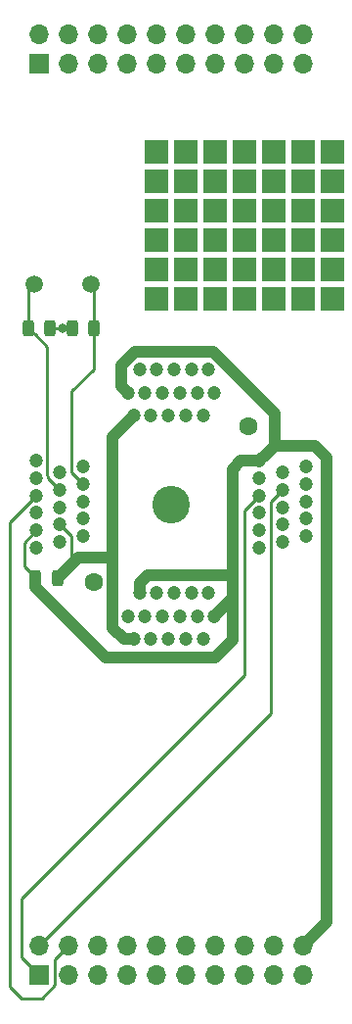
<source format=gbr>
G04 #@! TF.GenerationSoftware,KiCad,Pcbnew,8.0.0-8.0.0-1~ubuntu20.04.1*
G04 #@! TF.CreationDate,2024-03-05T18:45:29+01:00*
G04 #@! TF.ProjectId,stm32l476,73746d33-326c-4343-9736-2e6b69636164,rev?*
G04 #@! TF.SameCoordinates,Original*
G04 #@! TF.FileFunction,Copper,L2,Bot*
G04 #@! TF.FilePolarity,Positive*
%FSLAX46Y46*%
G04 Gerber Fmt 4.6, Leading zero omitted, Abs format (unit mm)*
G04 Created by KiCad (PCBNEW 8.0.0-8.0.0-1~ubuntu20.04.1) date 2024-03-05 18:45:29*
%MOMM*%
%LPD*%
G01*
G04 APERTURE LIST*
G04 Aperture macros list*
%AMRoundRect*
0 Rectangle with rounded corners*
0 $1 Rounding radius*
0 $2 $3 $4 $5 $6 $7 $8 $9 X,Y pos of 4 corners*
0 Add a 4 corners polygon primitive as box body*
4,1,4,$2,$3,$4,$5,$6,$7,$8,$9,$2,$3,0*
0 Add four circle primitives for the rounded corners*
1,1,$1+$1,$2,$3*
1,1,$1+$1,$4,$5*
1,1,$1+$1,$6,$7*
1,1,$1+$1,$8,$9*
0 Add four rect primitives between the rounded corners*
20,1,$1+$1,$2,$3,$4,$5,0*
20,1,$1+$1,$4,$5,$6,$7,0*
20,1,$1+$1,$6,$7,$8,$9,0*
20,1,$1+$1,$8,$9,$2,$3,0*%
G04 Aperture macros list end*
G04 #@! TA.AperFunction,ComponentPad*
%ADD10C,1.200000*%
G04 #@! TD*
G04 #@! TA.AperFunction,ComponentPad*
%ADD11C,1.600000*%
G04 #@! TD*
G04 #@! TA.AperFunction,ComponentPad*
%ADD12C,3.250000*%
G04 #@! TD*
G04 #@! TA.AperFunction,ComponentPad*
%ADD13R,2.000000X2.000000*%
G04 #@! TD*
G04 #@! TA.AperFunction,ComponentPad*
%ADD14C,1.500000*%
G04 #@! TD*
G04 #@! TA.AperFunction,ComponentPad*
%ADD15R,1.700000X1.700000*%
G04 #@! TD*
G04 #@! TA.AperFunction,ComponentPad*
%ADD16O,1.700000X1.700000*%
G04 #@! TD*
G04 #@! TA.AperFunction,SMDPad,CuDef*
%ADD17RoundRect,0.243750X-0.243750X-0.456250X0.243750X-0.456250X0.243750X0.456250X-0.243750X0.456250X0*%
G04 #@! TD*
G04 #@! TA.AperFunction,SMDPad,CuDef*
%ADD18RoundRect,0.243750X0.243750X0.456250X-0.243750X0.456250X-0.243750X-0.456250X0.243750X-0.456250X0*%
G04 #@! TD*
G04 #@! TA.AperFunction,ViaPad*
%ADD19C,0.800000*%
G04 #@! TD*
G04 #@! TA.AperFunction,Conductor*
%ADD20C,0.250000*%
G04 #@! TD*
G04 #@! TA.AperFunction,Conductor*
%ADD21C,1.000000*%
G04 #@! TD*
G04 APERTURE END LIST*
D10*
X159800000Y-80070000D03*
X163800000Y-80570000D03*
X161800000Y-81070000D03*
X159800000Y-81570000D03*
X163800000Y-82070000D03*
X161800000Y-82570000D03*
X159800000Y-83070000D03*
X163800000Y-83570000D03*
X161800000Y-84070000D03*
X159800000Y-84570000D03*
X163800000Y-85070000D03*
X161800000Y-85570000D03*
X159800000Y-86070000D03*
X163800000Y-86570000D03*
X161800000Y-87070000D03*
X159800000Y-87570000D03*
X167700000Y-93470000D03*
X168200000Y-95470000D03*
X168700000Y-91470000D03*
X169200000Y-93470000D03*
X169700000Y-95470000D03*
X170200000Y-91470000D03*
X170700000Y-93470000D03*
X171200000Y-95470000D03*
X171700000Y-91470000D03*
X172200000Y-93470000D03*
X172700000Y-95470000D03*
X173200000Y-91470000D03*
X173700000Y-93470000D03*
X174200000Y-95470000D03*
X174700000Y-91470000D03*
X175200000Y-93470000D03*
X179100000Y-87570000D03*
X181100000Y-87070000D03*
X183100000Y-86570000D03*
X179100000Y-86070000D03*
X181100000Y-85570000D03*
X183100000Y-85070000D03*
X179100000Y-84570000D03*
X181100000Y-84070000D03*
X183100000Y-83570000D03*
X179100000Y-83070000D03*
X181100000Y-82570000D03*
X183100000Y-82070000D03*
X179100000Y-81570000D03*
X181100000Y-81070000D03*
X183100000Y-80570000D03*
X179100000Y-80070000D03*
X175200000Y-74170000D03*
X174700000Y-72170000D03*
X174200000Y-76170000D03*
X173700000Y-74170000D03*
X173200000Y-72170000D03*
X172700000Y-76170000D03*
X172200000Y-74170000D03*
X171700000Y-72170000D03*
X171200000Y-76170000D03*
X170700000Y-74170000D03*
X170200000Y-72170000D03*
X169700000Y-76170000D03*
X169200000Y-74170000D03*
X168700000Y-72170000D03*
X168200000Y-76170000D03*
X167700000Y-74170000D03*
D11*
X178150000Y-77120000D03*
D12*
X171450000Y-83820000D03*
D11*
X164750000Y-90520000D03*
D13*
X185420000Y-53340000D03*
X170180000Y-55880000D03*
X182880000Y-53340000D03*
X175260000Y-66040000D03*
X172720000Y-55880000D03*
X180340000Y-53340000D03*
X170180000Y-66040000D03*
X177800000Y-66040000D03*
X175260000Y-55880000D03*
X177800000Y-53340000D03*
X172720000Y-66040000D03*
X180340000Y-66040000D03*
X177800000Y-63500000D03*
X177800000Y-55880000D03*
X175260000Y-53340000D03*
X185420000Y-66040000D03*
X182880000Y-66040000D03*
X180340000Y-63500000D03*
X180340000Y-55880000D03*
X172720000Y-53340000D03*
X170180000Y-63500000D03*
X175260000Y-63500000D03*
X170180000Y-60960000D03*
X182880000Y-55880000D03*
X170180000Y-53340000D03*
X172720000Y-63500000D03*
X182880000Y-63500000D03*
X175260000Y-60960000D03*
X185420000Y-55880000D03*
X170180000Y-58420000D03*
X180340000Y-60960000D03*
X185420000Y-63500000D03*
X177800000Y-60960000D03*
X177800000Y-58420000D03*
X172720000Y-58420000D03*
X182880000Y-60960000D03*
X172720000Y-60960000D03*
X182880000Y-58420000D03*
X175260000Y-58420000D03*
X185420000Y-60960000D03*
X185420000Y-58420000D03*
X180340000Y-58420000D03*
D14*
X164465000Y-64770000D03*
X159565000Y-64770000D03*
D15*
X160020000Y-124460000D03*
D16*
X160020000Y-121920000D03*
X162560000Y-124460000D03*
X162560000Y-121920000D03*
X165100000Y-124460000D03*
X165100000Y-121920000D03*
X167640000Y-124460000D03*
X167640000Y-121920000D03*
X170180000Y-124460000D03*
X170180000Y-121920000D03*
X172720000Y-124460000D03*
X172720000Y-121920000D03*
X175260000Y-124460000D03*
X175260000Y-121920000D03*
X177800000Y-124460000D03*
X177800000Y-121920000D03*
X180340000Y-124460000D03*
X180340000Y-121920000D03*
X182880000Y-124460000D03*
X182880000Y-121920000D03*
D15*
X160020000Y-45720000D03*
D16*
X160020000Y-43180000D03*
X162560000Y-45720000D03*
X162560000Y-43180000D03*
X165100000Y-45720000D03*
X165100000Y-43180000D03*
X167640000Y-45720000D03*
X167640000Y-43180000D03*
X170180000Y-45720000D03*
X170180000Y-43180000D03*
X172720000Y-45720000D03*
X172720000Y-43180000D03*
X175260000Y-45720000D03*
X175260000Y-43180000D03*
X177800000Y-45720000D03*
X177800000Y-43180000D03*
X180340000Y-45720000D03*
X180340000Y-43180000D03*
X182880000Y-45720000D03*
X182880000Y-43180000D03*
D17*
X159717500Y-90170000D03*
X161592500Y-90170000D03*
D18*
X160957500Y-68580000D03*
X159082500Y-68580000D03*
D17*
X162892500Y-68580000D03*
X164767500Y-68580000D03*
D19*
X162052000Y-68580000D03*
D20*
X164767500Y-65072500D02*
X164465000Y-64770000D01*
X164767500Y-68580000D02*
X164767500Y-65072500D01*
X164767500Y-68580000D02*
X164719000Y-68628500D01*
X162814000Y-81084000D02*
X163200001Y-81470001D01*
X164719000Y-68628500D02*
X164719000Y-72136000D01*
X162814000Y-74041000D02*
X162814000Y-81084000D01*
X163200001Y-81470001D02*
X163800000Y-82070000D01*
X164719000Y-72136000D02*
X162814000Y-74041000D01*
X159082500Y-68580000D02*
X159082500Y-65252500D01*
X159082500Y-65252500D02*
X159565000Y-64770000D01*
X160725001Y-81350001D02*
X160725001Y-70222501D01*
X160725001Y-70222501D02*
X159638737Y-69136237D01*
X160779990Y-81549990D02*
X160779990Y-81404990D01*
X160779990Y-81404990D02*
X160725001Y-81350001D01*
X161800000Y-82570000D02*
X160779990Y-81549990D01*
X159638737Y-69136237D02*
X159082500Y-68580000D01*
X160957500Y-68580000D02*
X162052000Y-68580000D01*
X162052000Y-68580000D02*
X162892500Y-68580000D01*
D21*
X167600001Y-76769999D02*
X168200000Y-76170000D01*
X163370500Y-88392000D02*
X166399999Y-88392000D01*
X168200000Y-95470000D02*
X167351472Y-95470000D01*
X161592500Y-90170000D02*
X163370500Y-88392000D01*
D20*
X162814000Y-88948500D02*
X162814000Y-86584000D01*
D21*
X166399999Y-77970001D02*
X167600001Y-76769999D01*
X166399999Y-94518527D02*
X166399999Y-88392000D01*
X166399999Y-88392000D02*
X166399999Y-77970001D01*
D20*
X162399999Y-86169999D02*
X161800000Y-85570000D01*
X162814000Y-86584000D02*
X162399999Y-86169999D01*
X161592500Y-90170000D02*
X162814000Y-88948500D01*
D21*
X167351472Y-95470000D02*
X166399999Y-94518527D01*
X159717500Y-90170000D02*
X159717500Y-90970000D01*
X168333998Y-70612000D02*
X175066002Y-70612000D01*
X175066002Y-70612000D02*
X180430000Y-75975998D01*
D20*
X159161263Y-89613763D02*
X159717500Y-90170000D01*
D21*
X179100000Y-80070000D02*
X177486000Y-80070000D01*
X165775500Y-97028000D02*
X175260000Y-97028000D01*
X168700000Y-90621472D02*
X169405472Y-89916000D01*
X169405472Y-89916000D02*
X176784000Y-89916000D01*
X177486000Y-80070000D02*
X176784000Y-80772000D01*
X179699999Y-79470001D02*
X179100000Y-80070000D01*
X176784000Y-89916000D02*
X176784000Y-91886000D01*
X167100001Y-71845997D02*
X168333998Y-70612000D01*
D20*
X158750000Y-87120000D02*
X158750000Y-89202500D01*
X159800000Y-86070000D02*
X158750000Y-87120000D01*
D21*
X175260000Y-97028000D02*
X176784000Y-95504000D01*
X167700000Y-74170000D02*
X167100001Y-73570001D01*
D20*
X158750000Y-89202500D02*
X159161263Y-89613763D01*
D21*
X159717500Y-90970000D02*
X165775500Y-97028000D01*
X167100001Y-73570001D02*
X167100001Y-71845997D01*
X176784000Y-91886000D02*
X175200000Y-93470000D01*
X180430000Y-75975998D02*
X180430000Y-78740000D01*
X182880000Y-121920000D02*
X184912000Y-119888000D01*
X176784000Y-80772000D02*
X176784000Y-89916000D01*
X184912000Y-119888000D02*
X184912000Y-79756000D01*
X180430000Y-78740000D02*
X179699999Y-79470001D01*
X168700000Y-91470000D02*
X168700000Y-90621472D01*
X183896000Y-78740000D02*
X180430000Y-78740000D01*
X176784000Y-95504000D02*
X176784000Y-91886000D01*
X184912000Y-79756000D02*
X183896000Y-78740000D01*
D20*
X158496000Y-117856000D02*
X177800000Y-98552000D01*
X158496000Y-122936000D02*
X158496000Y-117856000D01*
X177800000Y-98552000D02*
X177800000Y-84370000D01*
X177800000Y-84370000D02*
X179100000Y-83070000D01*
X160020000Y-124460000D02*
X158496000Y-122936000D01*
X180500001Y-83169999D02*
X181100000Y-82570000D01*
X180086000Y-101854000D02*
X180086000Y-83584000D01*
X180086000Y-83584000D02*
X180500001Y-83169999D01*
X160020000Y-121920000D02*
X180086000Y-101854000D01*
X158496000Y-126492000D02*
X157480000Y-125476000D01*
X160273002Y-126492000D02*
X158496000Y-126492000D01*
X162560000Y-121920000D02*
X161384999Y-123095001D01*
X161384999Y-123095001D02*
X161384999Y-125380003D01*
X161384999Y-125380003D02*
X160273002Y-126492000D01*
X157480000Y-85390000D02*
X159800000Y-83070000D01*
X157480000Y-125476000D02*
X157480000Y-85390000D01*
M02*

</source>
